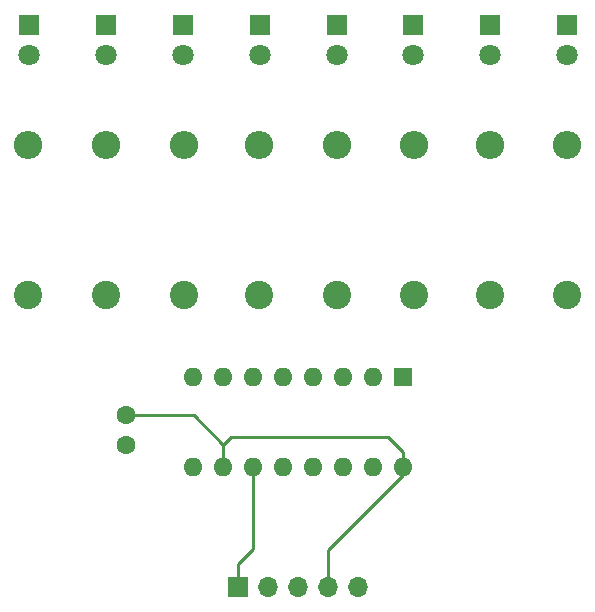
<source format=gbr>
%TF.GenerationSoftware,KiCad,Pcbnew,(6.0.4)*%
%TF.CreationDate,2022-05-01T17:36:18-07:00*%
%TF.ProjectId,Eight LEDBar,45696768-7420-44c4-9544-4261722e6b69,rev?*%
%TF.SameCoordinates,Original*%
%TF.FileFunction,Copper,L1,Top*%
%TF.FilePolarity,Positive*%
%FSLAX46Y46*%
G04 Gerber Fmt 4.6, Leading zero omitted, Abs format (unit mm)*
G04 Created by KiCad (PCBNEW (6.0.4)) date 2022-05-01 17:36:18*
%MOMM*%
%LPD*%
G01*
G04 APERTURE LIST*
%TA.AperFunction,ComponentPad*%
%ADD10C,1.600000*%
%TD*%
%TA.AperFunction,ComponentPad*%
%ADD11R,1.800000X1.800000*%
%TD*%
%TA.AperFunction,ComponentPad*%
%ADD12C,1.800000*%
%TD*%
%TA.AperFunction,ComponentPad*%
%ADD13C,2.400000*%
%TD*%
%TA.AperFunction,ComponentPad*%
%ADD14O,2.400000X2.400000*%
%TD*%
%TA.AperFunction,ComponentPad*%
%ADD15R,1.600000X1.600000*%
%TD*%
%TA.AperFunction,ComponentPad*%
%ADD16O,1.600000X1.600000*%
%TD*%
%TA.AperFunction,ComponentPad*%
%ADD17R,1.700000X1.700000*%
%TD*%
%TA.AperFunction,ComponentPad*%
%ADD18O,1.700000X1.700000*%
%TD*%
%TA.AperFunction,Conductor*%
%ADD19C,0.250000*%
%TD*%
G04 APERTURE END LIST*
D10*
%TO.P,C1,1*%
%TO.N,Net-(C1-Pad1)*%
X121285000Y-102255000D03*
%TO.P,C1,2*%
%TO.N,GND*%
X121285000Y-104755000D03*
%TD*%
D11*
%TO.P,BLUE2,1,K*%
%TO.N,GND*%
X119610000Y-69200000D03*
D12*
%TO.P,BLUE2,2,A*%
%TO.N,Net-(BLUE2-Pad2)*%
X119610000Y-71740000D03*
%TD*%
D13*
%TO.P,R6,1*%
%TO.N,Net-(R6-Pad1)*%
X145669000Y-92075000D03*
D14*
%TO.P,R6,2*%
%TO.N,Net-(R6-Pad2)*%
X145669000Y-79375000D03*
%TD*%
D11*
%TO.P,GREEN2,1,K*%
%TO.N,GND*%
X132620000Y-69200000D03*
D12*
%TO.P,GREEN2,2,A*%
%TO.N,Net-(GREEN2-Pad2)*%
X132620000Y-71740000D03*
%TD*%
D13*
%TO.P,R5,1*%
%TO.N,Net-(R5-Pad1)*%
X139192000Y-92075000D03*
D14*
%TO.P,R5,2*%
%TO.N,Net-(R5-Pad2)*%
X139192000Y-79375000D03*
%TD*%
D13*
%TO.P,R3,1*%
%TO.N,Net-(R3-Pad1)*%
X126238000Y-92075000D03*
D14*
%TO.P,R3,2*%
%TO.N,Net-(GREEN1-Pad2)*%
X126238000Y-79375000D03*
%TD*%
D13*
%TO.P,R1,1*%
%TO.N,Net-(R1-Pad1)*%
X113030000Y-92075000D03*
D14*
%TO.P,R1,2*%
%TO.N,Net-(BLUE1-Pad2)*%
X113030000Y-79375000D03*
%TD*%
D13*
%TO.P,R7,1*%
%TO.N,Net-(R7-Pad1)*%
X152146000Y-92075000D03*
D14*
%TO.P,R7,2*%
%TO.N,Net-(R7-Pad2)*%
X152146000Y-79375000D03*
%TD*%
D15*
%TO.P,U1,1,QB*%
%TO.N,Net-(R7-Pad1)*%
X144765000Y-99070000D03*
D16*
%TO.P,U1,2,QC*%
%TO.N,Net-(R6-Pad1)*%
X142225000Y-99070000D03*
%TO.P,U1,3,QD*%
%TO.N,Net-(R5-Pad1)*%
X139685000Y-99070000D03*
%TO.P,U1,4,QE*%
%TO.N,Net-(R4-Pad1)*%
X137145000Y-99070000D03*
%TO.P,U1,5,QF*%
%TO.N,Net-(R3-Pad1)*%
X134605000Y-99070000D03*
%TO.P,U1,6,QG*%
%TO.N,Net-(R2-Pad1)*%
X132065000Y-99070000D03*
%TO.P,U1,7,QH*%
%TO.N,Net-(R1-Pad1)*%
X129525000Y-99070000D03*
%TO.P,U1,8,GND*%
%TO.N,GND*%
X126985000Y-99070000D03*
%TO.P,U1,9,QH'*%
%TO.N,unconnected-(U1-Pad9)*%
X126985000Y-106690000D03*
%TO.P,U1,10,~{SRCLR}*%
%TO.N,Net-(C1-Pad1)*%
X129525000Y-106690000D03*
%TO.P,U1,11,SRCLK*%
%TO.N,Net-(J1-Pad1)*%
X132065000Y-106690000D03*
%TO.P,U1,12,RCLK*%
%TO.N,Net-(J1-Pad2)*%
X134605000Y-106690000D03*
%TO.P,U1,13,~{OE}*%
%TO.N,GND*%
X137145000Y-106690000D03*
%TO.P,U1,14,SER*%
%TO.N,Net-(J1-Pad3)*%
X139685000Y-106690000D03*
%TO.P,U1,15,QA*%
%TO.N,Net-(R8-Pad1)*%
X142225000Y-106690000D03*
%TO.P,U1,16,VCC*%
%TO.N,Net-(C1-Pad1)*%
X144765000Y-106690000D03*
%TD*%
D11*
%TO.P,YELOW2,1,K*%
%TO.N,GND*%
X145620000Y-69200000D03*
D12*
%TO.P,YELOW2,2,A*%
%TO.N,Net-(R6-Pad2)*%
X145620000Y-71740000D03*
%TD*%
D13*
%TO.P,R4,1*%
%TO.N,Net-(R4-Pad1)*%
X132588000Y-92075000D03*
D14*
%TO.P,R4,2*%
%TO.N,Net-(GREEN2-Pad2)*%
X132588000Y-79375000D03*
%TD*%
D11*
%TO.P,RED2,1,K*%
%TO.N,GND*%
X158630000Y-69210000D03*
D12*
%TO.P,RED2,2,A*%
%TO.N,Net-(R8-Pad2)*%
X158630000Y-71750000D03*
%TD*%
D11*
%TO.P,GREEN1,1,K*%
%TO.N,GND*%
X126115000Y-69195000D03*
D12*
%TO.P,GREEN1,2,A*%
%TO.N,Net-(GREEN1-Pad2)*%
X126115000Y-71735000D03*
%TD*%
D13*
%TO.P,R8,1*%
%TO.N,Net-(R8-Pad1)*%
X158623000Y-92075000D03*
D14*
%TO.P,R8,2*%
%TO.N,Net-(R8-Pad2)*%
X158623000Y-79375000D03*
%TD*%
D13*
%TO.P,R2,1*%
%TO.N,Net-(R2-Pad1)*%
X119634000Y-92075000D03*
D14*
%TO.P,R2,2*%
%TO.N,Net-(BLUE2-Pad2)*%
X119634000Y-79375000D03*
%TD*%
D11*
%TO.P,YELOW1,1,K*%
%TO.N,GND*%
X139120000Y-69200000D03*
D12*
%TO.P,YELOW1,2,A*%
%TO.N,Net-(R5-Pad2)*%
X139120000Y-71740000D03*
%TD*%
D11*
%TO.P,RED1,1,K*%
%TO.N,GND*%
X152130000Y-69200000D03*
D12*
%TO.P,RED1,2,A*%
%TO.N,Net-(R7-Pad2)*%
X152130000Y-71740000D03*
%TD*%
D17*
%TO.P,J1,1,Pin_1*%
%TO.N,Net-(J1-Pad1)*%
X130815000Y-116840000D03*
D18*
%TO.P,J1,2,Pin_2*%
%TO.N,Net-(J1-Pad2)*%
X133355000Y-116840000D03*
%TO.P,J1,3,Pin_3*%
%TO.N,Net-(J1-Pad3)*%
X135895000Y-116840000D03*
%TO.P,J1,4,Pin_4*%
%TO.N,Net-(C1-Pad1)*%
X138435000Y-116840000D03*
%TO.P,J1,5,Pin_5*%
%TO.N,GND*%
X140975000Y-116840000D03*
%TD*%
D11*
%TO.P,BLUE1,1,K*%
%TO.N,GND*%
X113100000Y-69200000D03*
D12*
%TO.P,BLUE1,2,A*%
%TO.N,Net-(BLUE1-Pad2)*%
X113100000Y-71740000D03*
%TD*%
D19*
%TO.N,Net-(C1-Pad1)*%
X138430000Y-116835000D02*
X138430000Y-113640000D01*
X144765000Y-107305000D02*
X144765000Y-106690000D01*
X129525000Y-106690000D02*
X129525000Y-104790000D01*
X138435000Y-116840000D02*
X138430000Y-116835000D01*
X127020000Y-102255000D02*
X121285000Y-102255000D01*
X129525000Y-104760000D02*
X127020000Y-102255000D01*
X144765000Y-106690000D02*
X144765000Y-105395000D01*
X138430000Y-113640000D02*
X144765000Y-107305000D01*
X130175000Y-104140000D02*
X129525000Y-104790000D01*
X144765000Y-105395000D02*
X143510000Y-104140000D01*
X143510000Y-104140000D02*
X130175000Y-104140000D01*
X129525000Y-104790000D02*
X129525000Y-104760000D01*
%TO.N,Net-(J1-Pad1)*%
X130815000Y-114825000D02*
X130815000Y-116840000D01*
X132065000Y-106690000D02*
X132065000Y-113575000D01*
X132065000Y-113575000D02*
X130815000Y-114825000D01*
%TD*%
M02*

</source>
